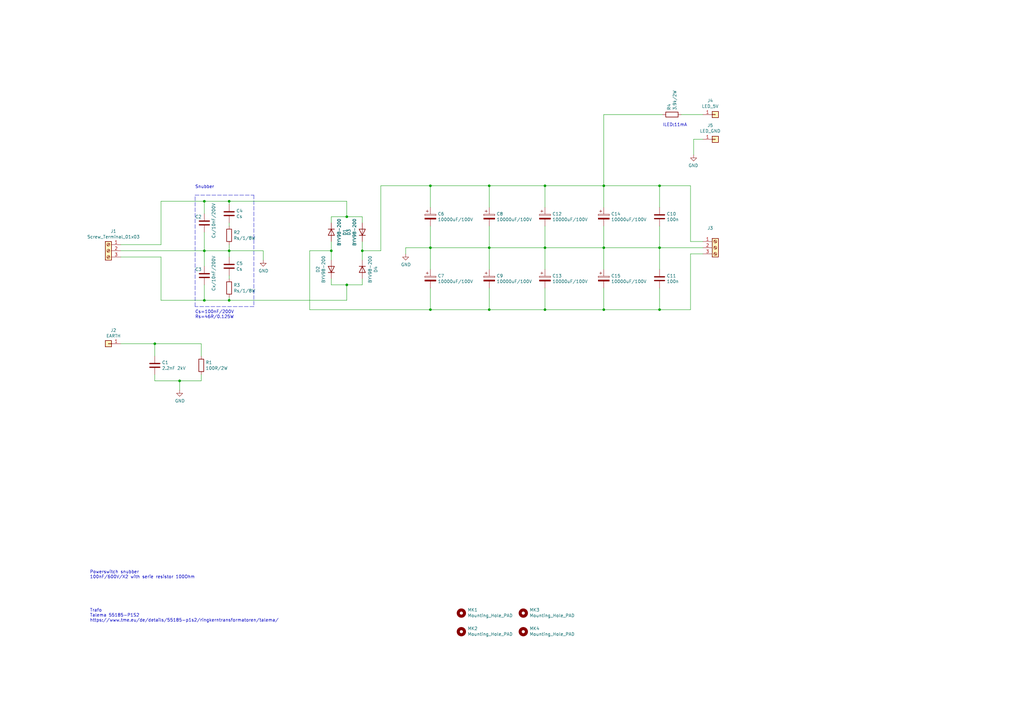
<source format=kicad_sch>
(kicad_sch (version 20211123) (generator eeschema)
  (paper "A3")
  (title_block (title "PSU for MOSFET Amp 80W") (date "2022-01-06") (rev "V3"))
  (lib_symbols
    (symbol "Connector:Screw_Terminal_01x03" (pin_names (offset 1.016) hide)
      (property "Reference" "J" (at 0 5.08 0))
      (property "Value" "Screw_Terminal_01x03" (at 0 -5.08 0))
      (symbol "Screw_Terminal_01x03_1_1"
        (rectangle (start -1.27 3.81) (end 1.27 -3.81) (stroke (width 0.254)) (fill (type background)))
        (circle (center 0 -2.54) (radius 0.635) (stroke (width 0.1524)))
        (polyline (pts (xy -0.5334 -2.2098) (xy 0.3302 -3.048)) (stroke (width 0.1524)))
        (polyline (pts (xy -0.5334 0.3302) (xy 0.3302 -0.508)) (stroke (width 0.1524)))
        (polyline (pts (xy -0.5334 2.8702) (xy 0.3302 2.032)) (stroke (width 0.1524)))
        (polyline (pts (xy -0.3556 -2.032) (xy 0.508 -2.8702)) (stroke (width 0.1524)))
        (polyline (pts (xy -0.3556 0.508) (xy 0.508 -0.3302)) (stroke (width 0.1524)))
        (polyline (pts (xy -0.3556 3.048) (xy 0.508 2.2098)) (stroke (width 0.1524)))
        (circle (center 0 0) (radius 0.635) (stroke (width 0.1524)))
        (circle (center 0 2.54) (radius 0.635) (stroke (width 0.1524)))
        (pin passive line (at -5.08 2.54 0) (length 3.81) (name "Pin_1") (number "1"))
        (pin passive line (at -5.08 0 0) (length 3.81) (name "Pin_2") (number "2"))
        (pin passive line (at -5.08 -2.54 0) (length 3.81) (name "Pin_3") (number "3"))
      )
    )
    (symbol "Connector_Generic:Conn_01x01" (pin_names (offset 1.016) hide)
      (property "Reference" "J" (at 0 2.54 0))
      (property "Value" "Conn_01x01" (at 0 -2.54 0))
      (symbol "Conn_01x01_1_1"
        (rectangle (start -1.27 0.127) (end 0 -0.127) (stroke (width 0.1524)))
        (rectangle (start -1.27 1.27) (end 1.27 -1.27) (stroke (width 0.254)) (fill (type background)))
        (pin passive line (at -5.08 0 0) (length 3.81) (name "Pin_1") (number "1"))
      )
    )
    (symbol "Device:C" (pin_numbers hide) (pin_names (offset 0.254))
      (property "Reference" "C" (at 0.635 2.54 0))
      (property "Value" "C" (at 0.635 -2.54 0))
      (symbol "C_0_1"
        (polyline (pts (xy -2.032 -0.762) (xy 2.032 -0.762)) (stroke (width 0.508)))
        (polyline (pts (xy -2.032 0.762) (xy 2.032 0.762)) (stroke (width 0.508)))
      )
      (symbol "C_1_1"
        (pin passive line (at 0 3.81 270) (length 2.794) (name "~") (number "1"))
        (pin passive line (at 0 -3.81 90) (length 2.794) (name "~") (number "2"))
      )
    )
    (symbol "Device:CP" (pin_numbers hide) (pin_names (offset 0.254))
      (property "Reference" "C" (at 0.635 2.54 0))
      (property "Value" "Device_CP" (at 0.635 -2.54 0))
      (symbol "CP_0_1"
        (rectangle (start -2.286 0.508) (end 2.286 1.016))
        (polyline (pts (xy -1.778 2.286) (xy -0.762 2.286)))
        (polyline (pts (xy -1.27 2.794) (xy -1.27 1.778)))
        (rectangle (start 2.286 -0.508) (end -2.286 -1.016) (fill (type outline)))
      )
      (symbol "CP_1_1"
        (pin passive line (at 0 3.81 270) (length 2.794) (name "~") (number "1"))
        (pin passive line (at 0 -3.81 90) (length 2.794) (name "~") (number "2"))
      )
    )
    (symbol "Device:D" (pin_numbers hide) (pin_names (offset 1.016) hide)
      (property "Reference" "D" (at 0 2.54 0))
      (property "Value" "D" (at 0 -2.54 0))
      (symbol "D_0_1"
        (polyline (pts (xy -1.27 1.27) (xy -1.27 -1.27)) (stroke (width 0.254)))
        (polyline (pts (xy 1.27 0) (xy -1.27 0)))
        (polyline (pts (xy 1.27 1.27) (xy 1.27 -1.27) (xy -1.27 0) (xy 1.27 1.27)) (stroke (width 0.254)))
      )
      (symbol "D_1_1"
        (pin passive line (at -3.81 0 0) (length 2.54) (name "K") (number "1"))
        (pin passive line (at 3.81 0 180) (length 2.54) (name "A") (number "2"))
      )
    )
    (symbol "Device:R" (pin_numbers hide) (pin_names (offset 0))
      (property "Reference" "R" (at 2.032 0 90))
      (property "Value" "R" (at 0 0 90))
      (symbol "R_0_1"
        (rectangle (start -1.016 -2.54) (end 1.016 2.54) (stroke (width 0.254)))
      )
      (symbol "R_1_1"
        (pin passive line (at 0 3.81 270) (length 1.27) (name "~") (number "1"))
        (pin passive line (at 0 -3.81 90) (length 1.27) (name "~") (number "2"))
      )
    )
    (symbol "Mechanical:MountingHole" (pin_names (offset 1.016))
      (property "Reference" "H" (at 0 5.08 0))
      (property "Value" "MountingHole" (at 0 3.175 0))
      (symbol "MountingHole_0_1"
        (circle (center 0 0) (radius 1.27) (stroke (width 1.27)))
      )
    )
    (symbol "power:GND" (power) (pin_names (offset 0))
      (property "Value" "GND" (at 0 -3.81 0))
      (symbol "GND_0_1"
        (polyline (pts (xy 0 0) (xy 0 -1.27) (xy 1.27 -1.27) (xy 0 -2.54) (xy -1.27 -1.27) (xy 0 -1.27)))
      )
      (symbol "GND_1_1"
        (pin power_in line (at 0 0 270) (length 0) hide (name "GND") (number "1"))
      )
    )
  )
  (junction (at 176.53 101.6))
  (junction (at 200.66 101.6))
  (junction (at 200.66 127))
  (junction (at 270.51 76.2))
  (junction (at 83.82 82.55))
  (junction (at 83.82 123.19))
  (junction (at 135.89 102.87))
  (junction (at 200.66 76.2))
  (junction (at 223.52 101.6))
  (junction (at 223.52 76.2))
  (junction (at 176.53 127))
  (junction (at 93.98 102.87))
  (junction (at 93.98 82.55))
  (junction (at 223.52 127))
  (junction (at 93.98 123.19))
  (junction (at 176.53 76.2))
  (junction (at 247.65 101.6))
  (junction (at 73.66 156.21))
  (junction (at 148.59 102.87))
  (junction (at 247.65 127))
  (junction (at 63.5 140.97))
  (junction (at 270.51 127))
  (junction (at 270.51 101.6))
  (junction (at 142.24 116.84))
  (junction (at 247.65 76.2))
  (junction (at 83.82 102.87))
  (junction (at 142.24 88.9))
  (wire (pts (xy 148.59 114.3) (xy 148.59 116.84)))
  (wire (pts (xy 82.55 156.21) (xy 73.66 156.21)))
  (wire (pts (xy 283.21 76.2) (xy 283.21 99.06)))
  (wire (pts (xy 148.59 99.06) (xy 148.59 102.87)))
  (wire (pts (xy 247.65 127) (xy 247.65 118.11)))
  (wire (pts (xy 127 102.87) (xy 127 127)))
  (wire (pts (xy 135.89 116.84) (xy 142.24 116.84)))
  (wire (pts (xy 73.66 160.02) (xy 73.66 156.21)))
  (wire (pts (xy 200.66 101.6) (xy 200.66 92.71)))
  (wire (pts (xy 279.4 46.99) (xy 288.29 46.99)))
  (wire (pts (xy 135.89 99.06) (xy 135.89 102.87)))
  (wire (pts (xy 223.52 127) (xy 247.65 127)))
  (wire (pts (xy 166.37 101.6) (xy 176.53 101.6)))
  (wire (pts (xy 107.95 106.68) (xy 107.95 102.87)))
  (wire (pts (xy 135.89 88.9) (xy 142.24 88.9)))
  (wire (pts (xy 223.52 101.6) (xy 247.65 101.6)))
  (wire (pts (xy 156.21 76.2) (xy 176.53 76.2)))
  (wire (pts (xy 83.82 95.25) (xy 83.82 102.87)))
  (wire (pts (xy 247.65 101.6) (xy 270.51 101.6)))
  (wire (pts (xy 176.53 101.6) (xy 176.53 92.71)))
  (wire (pts (xy 176.53 127) (xy 200.66 127)))
  (wire (pts (xy 66.04 123.19) (xy 83.82 123.19)))
  (wire (pts (xy 93.98 114.3) (xy 93.98 113.03)))
  (wire (pts (xy 288.29 104.14) (xy 283.21 104.14)))
  (wire (pts (xy 223.52 101.6) (xy 223.52 92.71)))
  (wire (pts (xy 66.04 82.55) (xy 83.82 82.55)))
  (wire (pts (xy 284.48 63.5) (xy 284.48 57.15)))
  (wire (pts (xy 176.53 101.6) (xy 176.53 110.49)))
  (wire (pts (xy 176.53 85.09) (xy 176.53 76.2)))
  (wire (pts (xy 270.51 127) (xy 283.21 127)))
  (wire (pts (xy 63.5 140.97) (xy 49.53 140.97)))
  (wire (pts (xy 284.48 57.15) (xy 288.29 57.15)))
  (wire (pts (xy 83.82 109.22) (xy 83.82 102.87)))
  (wire (pts (xy 270.51 85.09) (xy 270.51 76.2)))
  (wire (pts (xy 247.65 101.6) (xy 247.65 92.71)))
  (wire (pts (xy 82.55 140.97) (xy 63.5 140.97)))
  (wire (pts (xy 247.65 127) (xy 270.51 127)))
  (wire (pts (xy 93.98 82.55) (xy 83.82 82.55)))
  (wire (pts (xy 148.59 102.87) (xy 148.59 106.68)))
  (polyline (pts (xy 80.01 80.01) (xy 104.14 80.01)))
  (wire (pts (xy 142.24 116.84) (xy 148.59 116.84)))
  (wire (pts (xy 223.52 85.09) (xy 223.52 76.2)))
  (wire (pts (xy 63.5 156.21) (xy 63.5 153.67)))
  (wire (pts (xy 223.52 76.2) (xy 247.65 76.2)))
  (wire (pts (xy 271.78 46.99) (xy 247.65 46.99)))
  (wire (pts (xy 288.29 99.06) (xy 283.21 99.06)))
  (wire (pts (xy 66.04 100.33) (xy 66.04 82.55)))
  (wire (pts (xy 176.53 76.2) (xy 200.66 76.2)))
  (wire (pts (xy 66.04 105.41) (xy 66.04 123.19)))
  (wire (pts (xy 83.82 102.87) (xy 93.98 102.87)))
  (wire (pts (xy 148.59 88.9) (xy 148.59 91.44)))
  (wire (pts (xy 135.89 88.9) (xy 135.89 91.44)))
  (wire (pts (xy 223.52 101.6) (xy 223.52 110.49)))
  (wire (pts (xy 82.55 153.67) (xy 82.55 156.21)))
  (wire (pts (xy 135.89 116.84) (xy 135.89 114.3)))
  (wire (pts (xy 176.53 101.6) (xy 200.66 101.6)))
  (wire (pts (xy 93.98 123.19) (xy 142.24 123.19)))
  (wire (pts (xy 142.24 123.19) (xy 142.24 116.84)))
  (wire (pts (xy 83.82 116.84) (xy 83.82 123.19)))
  (wire (pts (xy 93.98 102.87) (xy 107.95 102.87)))
  (wire (pts (xy 247.65 110.49) (xy 247.65 101.6)))
  (wire (pts (xy 200.66 101.6) (xy 223.52 101.6)))
  (wire (pts (xy 200.66 76.2) (xy 223.52 76.2)))
  (wire (pts (xy 49.53 105.41) (xy 66.04 105.41)))
  (wire (pts (xy 93.98 92.71) (xy 93.98 91.44)))
  (wire (pts (xy 176.53 118.11) (xy 176.53 127)))
  (wire (pts (xy 283.21 104.14) (xy 283.21 127)))
  (wire (pts (xy 200.66 85.09) (xy 200.66 76.2)))
  (wire (pts (xy 166.37 104.14) (xy 166.37 101.6)))
  (wire (pts (xy 148.59 102.87) (xy 156.21 102.87)))
  (wire (pts (xy 247.65 76.2) (xy 270.51 76.2)))
  (wire (pts (xy 247.65 85.09) (xy 247.65 76.2)))
  (polyline (pts (xy 104.14 80.01) (xy 104.14 125.73)))
  (wire (pts (xy 200.66 110.49) (xy 200.66 101.6)))
  (polyline (pts (xy 104.14 125.73) (xy 80.01 125.73)))
  (wire (pts (xy 63.5 140.97) (xy 63.5 146.05)))
  (wire (pts (xy 270.51 101.6) (xy 288.29 101.6)))
  (wire (pts (xy 142.24 82.55) (xy 142.24 88.9)))
  (wire (pts (xy 49.53 102.87) (xy 83.82 102.87)))
  (wire (pts (xy 142.24 88.9) (xy 148.59 88.9)))
  (wire (pts (xy 270.51 76.2) (xy 283.21 76.2)))
  (wire (pts (xy 127 127) (xy 176.53 127)))
  (wire (pts (xy 49.53 100.33) (xy 66.04 100.33)))
  (wire (pts (xy 93.98 105.41) (xy 93.98 102.87)))
  (wire (pts (xy 156.21 76.2) (xy 156.21 102.87)))
  (polyline (pts (xy 80.01 125.73) (xy 80.01 80.01)))
  (wire (pts (xy 270.51 118.11) (xy 270.51 127)))
  (wire (pts (xy 270.51 101.6) (xy 270.51 110.49)))
  (wire (pts (xy 82.55 146.05) (xy 82.55 140.97)))
  (wire (pts (xy 200.66 127) (xy 200.66 118.11)))
  (wire (pts (xy 83.82 123.19) (xy 93.98 123.19)))
  (wire (pts (xy 247.65 46.99) (xy 247.65 76.2)))
  (wire (pts (xy 73.66 156.21) (xy 63.5 156.21)))
  (wire (pts (xy 200.66 127) (xy 223.52 127)))
  (wire (pts (xy 135.89 102.87) (xy 135.89 106.68)))
  (wire (pts (xy 83.82 87.63) (xy 83.82 82.55)))
  (wire (pts (xy 93.98 83.82) (xy 93.98 82.55)))
  (wire (pts (xy 223.52 118.11) (xy 223.52 127)))
  (wire (pts (xy 270.51 92.71) (xy 270.51 101.6)))
  (wire (pts (xy 93.98 123.19) (xy 93.98 121.92)))
  (wire (pts (xy 93.98 82.55) (xy 142.24 82.55)))
  (wire (pts (xy 93.98 102.87) (xy 93.98 100.33)))
  (wire (pts (xy 135.89 102.87) (xy 127 102.87)))
  (text "ILED:11mA" (at 271.78 52.07 0) (effects (font (size 1.27 1.27)) (justify left bottom)))
  (text "Snubber" (at 80.01 77.47 0) (effects (font (size 1.27 1.27)) (justify left bottom)))
  (text "Trafo\nTalema 55185-P1S2\nhttps://www.tme.eu/de/details/55185-p1s2/ringkerntransformatoren/talema/" (at 36.83 255.27 0) (effects (font (size 1.27 1.27)) (justify left bottom)))
  (text "Powerswitch snubber\n100nF/600V/X2 with serie resistor 100Ohm" (at 36.83 237.49 0) (effects (font (size 1.27 1.27)) (justify left bottom)))
  (text "Cs=100nF/200V\nRs=46R/0.125W" (at 80.01 130.81 0) (effects (font (size 1.27 1.27)) (justify left bottom)))
  (symbol (lib_id "power:GND") (at 107.95 106.68 0) (unit 1)
    (property "Reference" "#PWR0101" (effects hide))
    (property "Value" "GND" (at 108.077 111.0742 0))
  )
  (symbol (lib_id "Device:C") (at 83.82 91.44 0) (unit 1)
    (property "Reference" "C2" (at 80.01 88.9 0) (effects (justify left)))
    (property "Value" "Cx/10nF/200V" (at 87.63 97.79 90) (effects (justify left)))
    (property "Footprint" "Capacitor_SMD:C_0805_2012Metric_Pad1.18x1.45mm_HandSolder" (effects hide))
  )
  (symbol (lib_id "Device:C") (at 83.82 113.03 0) (unit 1)
    (property "Reference" "C3" (at 80.01 110.49 0) (effects (justify left)))
    (property "Value" "Cx/10nF/200V" (at 87.63 119.38 90) (effects (justify left)))
    (property "Footprint" "Capacitor_SMD:C_0805_2012Metric_Pad1.18x1.45mm_HandSolder" (effects hide))
  )
  (symbol (lib_id "Device:C") (at 93.98 87.63 0) (unit 1)
    (property "Reference" "C4" (at 96.901 86.4616 0) (effects (justify left)))
    (property "Value" "Cs" (at 96.901 88.773 0) (effects (justify left)))
    (property "Footprint" "Capacitor_SMD:C_1206_3216Metric_Pad1.33x1.80mm_HandSolder" (effects hide))
  )
  (symbol (lib_id "Device:R") (at 93.98 96.52 0) (unit 1)
    (property "Reference" "R2" (at 95.758 95.3516 0) (effects (justify left)))
    (property "Value" "Rs/1/8W" (at 95.758 97.663 0) (effects (justify left)))
    (property "Footprint" "Resistor_SMD:R_0805_2012Metric_Pad1.20x1.40mm_HandSolder" (effects hide))
  )
  (symbol (lib_id "Device:C") (at 93.98 109.22 0) (unit 1)
    (property "Reference" "C5" (at 96.901 108.0516 0) (effects (justify left)))
    (property "Value" "Cs" (at 96.901 110.363 0) (effects (justify left)))
    (property "Footprint" "Capacitor_SMD:C_1206_3216Metric_Pad1.33x1.80mm_HandSolder" (effects hide))
  )
  (symbol (lib_id "Device:R") (at 93.98 118.11 0) (unit 1)
    (property "Reference" "R3" (at 95.758 116.9416 0) (effects (justify left)))
    (property "Value" "Rs/1/8W" (at 95.758 119.253 0) (effects (justify left)))
    (property "Footprint" "Resistor_SMD:R_0805_2012Metric_Pad1.20x1.40mm_HandSolder" (effects hide))
  )
  (symbol (lib_id "Device:C") (at 270.51 88.9 0) (unit 1)
    (property "Reference" "C10" (at 273.431 87.7316 0) (effects (justify left)))
    (property "Value" "100n" (at 273.431 90.043 0) (effects (justify left)))
    (property "Footprint" "Capacitor_THT:C_Rect_L7.2mm_W2.5mm_P5.00mm_FKS2_FKP2_MKS2_MKP2" (effects hide))
  )
  (symbol (lib_id "Device:C") (at 270.51 114.3 0) (unit 1)
    (property "Reference" "C11" (at 273.431 113.1316 0) (effects (justify left)))
    (property "Value" "100n" (at 273.431 115.443 0) (effects (justify left)))
    (property "Footprint" "Capacitor_THT:C_Rect_L7.2mm_W2.5mm_P5.00mm_FKS2_FKP2_MKS2_MKP2" (effects hide))
  )
  (symbol (lib_id "Mechanical:MountingHole") (at 189.23 251.46 0) (unit 1)
    (property "Reference" "MK1" (at 191.77 250.1646 0) (effects (justify left)))
    (property "Value" "Mounting_Hole_PAD" (at 191.77 252.476 0) (effects (justify left)))
    (property "Footprint" "MountingHole:MountingHole_3.2mm_M3" (effects hide))
  )
  (symbol (lib_id "Mechanical:MountingHole") (at 189.23 259.08 0) (unit 1)
    (property "Reference" "MK2" (at 191.77 257.7846 0) (effects (justify left)))
    (property "Value" "Mounting_Hole_PAD" (at 191.77 260.096 0) (effects (justify left)))
    (property "Footprint" "MountingHole:MountingHole_3.2mm_M3" (effects hide))
  )
  (symbol (lib_id "Mechanical:MountingHole") (at 214.63 251.46 0) (unit 1)
    (property "Reference" "MK3" (at 217.17 250.1646 0) (effects (justify left)))
    (property "Value" "Mounting_Hole_PAD" (at 217.17 252.476 0) (effects (justify left)))
    (property "Footprint" "MountingHole:MountingHole_3.2mm_M3" (effects hide))
  )
  (symbol (lib_id "Mechanical:MountingHole") (at 214.63 259.08 0) (unit 1)
    (property "Reference" "MK4" (at 217.17 257.7846 0) (effects (justify left)))
    (property "Value" "Mounting_Hole_PAD" (at 217.17 260.096 0) (effects (justify left)))
    (property "Footprint" "MountingHole:MountingHole_3.2mm_M3" (effects hide))
  )
  (symbol (lib_id "Device:CP") (at 176.53 114.3 0) (unit 1)
    (property "Reference" "C7" (at 179.5272 113.1316 0) (effects (justify left)))
    (property "Value" "10000uF/100V" (at 179.5272 115.443 0) (effects (justify left)))
    (property "Footprint" "Capacitor_THT:CP_Radial_D40.0mm_P10.00mm_SnapIn" (effects hide))
  )
  (symbol (lib_id "power:GND") (at 166.37 104.14 0) (unit 1)
    (property "Reference" "#PWR0102" (effects hide))
    (property "Value" "GND" (at 166.497 108.5342 0))
  )
  (symbol (lib_id "Device:D") (at 135.89 95.25 270) (unit 1)
    (property "Reference" "D1" (at 141.4018 95.25 0))
    (property "Value" "BYV98-200" (at 139.0904 95.25 0))
    (property "Footprint" "kicad-snk:SOD64-10" (effects hide))
  )
  (symbol (lib_id "Device:D") (at 135.89 110.49 90) (unit 1)
    (property "Reference" "D2" (at 130.3782 110.49 0))
    (property "Value" "BYV98-200" (at 132.6896 110.49 0))
    (property "Footprint" "kicad-snk:SOD64-10" (effects hide))
  )
  (symbol (lib_id "Device:D") (at 148.59 95.25 90) (unit 1)
    (property "Reference" "D3" (at 143.0782 95.25 0))
    (property "Value" "BYV98-200" (at 145.3896 95.25 0))
    (property "Footprint" "kicad-snk:SOD64-10" (effects hide))
  )
  (symbol (lib_id "Device:D") (at 148.59 110.49 270) (unit 1)
    (property "Reference" "D4" (at 154.1018 110.49 0))
    (property "Value" "BYV98-200" (at 151.7904 110.49 0))
    (property "Footprint" "kicad-snk:SOD64-10" (effects hide))
  )
  (symbol (lib_id "Device:CP") (at 176.53 88.9 0) (unit 1)
    (property "Reference" "C6" (at 179.5272 87.7316 0) (effects (justify left)))
    (property "Value" "10000uF/100V" (at 179.5272 90.043 0) (effects (justify left)))
    (property "Footprint" "Capacitor_THT:CP_Radial_D40.0mm_P10.00mm_SnapIn" (effects hide))
  )
  (symbol (lib_id "Device:CP") (at 200.66 88.9 0) (unit 1)
    (property "Reference" "C8" (at 203.6572 87.7316 0) (effects (justify left)))
    (property "Value" "10000uF/100V" (at 203.6572 90.043 0) (effects (justify left)))
    (property "Footprint" "Capacitor_THT:CP_Radial_D40.0mm_P10.00mm_SnapIn" (effects hide))
  )
  (symbol (lib_id "Device:CP") (at 200.66 114.3 0) (unit 1)
    (property "Reference" "C9" (at 203.6572 113.1316 0) (effects (justify left)))
    (property "Value" "10000uF/100V" (at 203.6572 115.443 0) (effects (justify left)))
    (property "Footprint" "Capacitor_THT:CP_Radial_D40.0mm_P10.00mm_SnapIn" (effects hide))
  )
  (symbol (lib_id "Connector:Screw_Terminal_01x03") (at 44.45 102.87 0) (mirror y) (unit 1)
    (property "Reference" "J1" (at 46.5328 94.8182 0))
    (property "Value" "Screw_Terminal_01x03" (at 46.5328 97.1296 0))
    (property "Footprint" "TerminalBlock_RND:TerminalBlock_RND_205-00013_1x03_P5.00mm_Horizontal" (effects hide))
  )
  (symbol (lib_id "power:GND") (at 73.66 160.02 0) (unit 1)
    (property "Reference" "#PWR0103" (effects hide))
    (property "Value" "GND" (at 73.787 164.4142 0))
  )
  (symbol (lib_id "Connector:Screw_Terminal_01x03") (at 293.37 101.6 0) (unit 1)
    (property "Reference" "J3" (at 291.2872 93.5482 0))
    (property "Value" "Screw_Terminal_01x03" (effects hide))
    (property "Footprint" "TerminalBlock_RND:TerminalBlock_RND_205-00013_1x03_P5.00mm_Horizontal" (effects hide))
  )
  (symbol (lib_id "Device:C") (at 63.5 149.86 0) (unit 1)
    (property "Reference" "C1" (at 66.421 148.6916 0) (effects (justify left)))
    (property "Value" "2.2nF 2kV" (at 66.421 151.003 0) (effects (justify left)))
    (property "Footprint" "Capacitor_THT:C_Rect_L18.0mm_W5.0mm_P15.00mm_FKS3_FKP3" (effects hide))
  )
  (symbol (lib_id "Device:R") (at 82.55 149.86 0) (unit 1)
    (property "Reference" "R1" (at 84.328 148.6916 0) (effects (justify left)))
    (property "Value" "100R/2W" (at 84.328 151.003 0) (effects (justify left)))
    (property "Footprint" "Resistor_THT:R_Axial_DIN0414_L11.9mm_D4.5mm_P15.24mm_Horizontal" (effects hide))
  )
  (symbol (lib_id "Connector_Generic:Conn_01x01") (at 44.45 140.97 0) (mirror y) (unit 1)
    (property "Reference" "J2" (at 46.5328 135.4582 0))
    (property "Value" "EARTH" (at 46.5328 137.7696 0))
    (property "Footprint" "Connector_Pin:Pin_D1.3mm_L11.0mm" (effects hide))
  )
  (symbol (lib_id "Device:CP") (at 223.52 88.9 0) (unit 1)
    (property "Reference" "C12" (at 226.5172 87.7316 0) (effects (justify left)))
    (property "Value" "10000uF/100V" (at 226.5172 90.043 0) (effects (justify left)))
    (property "Footprint" "Capacitor_THT:CP_Radial_D40.0mm_P10.00mm_SnapIn" (effects hide))
  )
  (symbol (lib_id "Device:CP") (at 223.52 114.3 0) (unit 1)
    (property "Reference" "C13" (at 226.5172 113.1316 0) (effects (justify left)))
    (property "Value" "10000uF/100V" (at 226.5172 115.443 0) (effects (justify left)))
    (property "Footprint" "Capacitor_THT:CP_Radial_D40.0mm_P10.00mm_SnapIn" (effects hide))
  )
  (symbol (lib_id "Device:CP") (at 247.65 88.9 0) (unit 1)
    (property "Reference" "C14" (at 250.6472 87.7316 0) (effects (justify left)))
    (property "Value" "10000uF/100V" (at 250.6472 90.043 0) (effects (justify left)))
    (property "Footprint" "Capacitor_THT:CP_Radial_D40.0mm_P10.00mm_SnapIn" (effects hide))
  )
  (symbol (lib_id "Connector_Generic:Conn_01x01") (at 293.37 57.15 0) (mirror x) (unit 1)
    (property "Reference" "J5" (at 291.2872 51.435 0))
    (property "Value" "LED_GND" (at 291.2872 53.7464 0))
    (property "Footprint" "Connector_Pin:Pin_D1.0mm_L10.0mm" (effects hide))
  )
  (symbol (lib_id "Connector_Generic:Conn_01x01") (at 293.37 46.99 0) (mirror x) (unit 1)
    (property "Reference" "J4" (at 291.2872 41.275 0))
    (property "Value" "LED_5V" (at 291.2872 43.5864 0))
    (property "Footprint" "Connector_Pin:Pin_D1.0mm_L10.0mm" (effects hide))
  )
  (symbol (lib_id "power:GND") (at 284.48 63.5 0) (mirror y) (unit 1)
    (property "Reference" "#PWR0104" (effects hide))
    (property "Value" "GND" (at 284.353 67.8942 0))
  )
  (symbol (lib_id "Device:R") (at 275.59 46.99 90) (unit 1)
    (property "Reference" "R4" (at 274.4216 45.212 0) (effects (justify left)))
    (property "Value" "3.9k/2W" (at 276.733 45.212 0) (effects (justify left)))
    (property "Footprint" "Resistor_THT:R_Axial_DIN0414_L11.9mm_D4.5mm_P15.24mm_Horizontal" (effects hide))
  )
  (symbol (lib_id "Device:CP") (at 247.65 114.3 0) (unit 1)
    (property "Reference" "C15" (at 250.6472 113.1316 0) (effects (justify left)))
    (property "Value" "10000uF/100V" (at 250.6472 115.443 0) (effects (justify left)))
    (property "Footprint" "Capacitor_THT:CP_Radial_D40.0mm_P10.00mm_SnapIn" (effects hide))
  )
)
</source>
